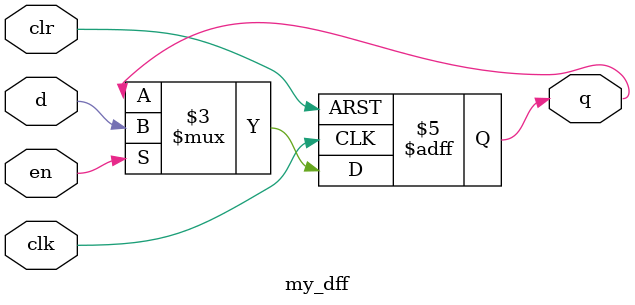
<source format=v>
module my_dff(q, d, clk, en, clr);
   
   //Inputs
   input d, clk, en, clr;
   
   //Internal wire
   wire clr;

   //Output
   output q;
   
   //Register
   reg q;

   //Intialize q to 0
   initial
   begin
       q = 1'b0;
   end

   //Set value of q on positive edge of the clock or clear
   always @(posedge clk or posedge clr) begin
       //If clear is high, set q to 0
       if (clr) begin
           q <= 1'b0;
       //If enable is high, set q to the value of d
       end else if (en) begin
           q <= d;
       end
   end
endmodule
</source>
